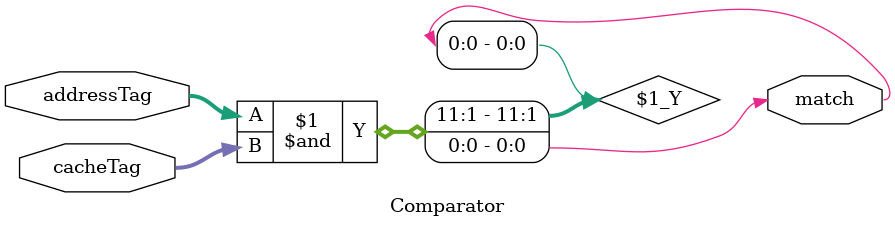
<source format=sv>

module Comparator(addressTag, cacheTag, match);
parameter tagBits = 12;

input[tagBits - 1:0] addressTag;
input[tagBits - 1:0] cacheTag;
output match;

assign match = addressTag & cacheTag;
endmodule

</source>
